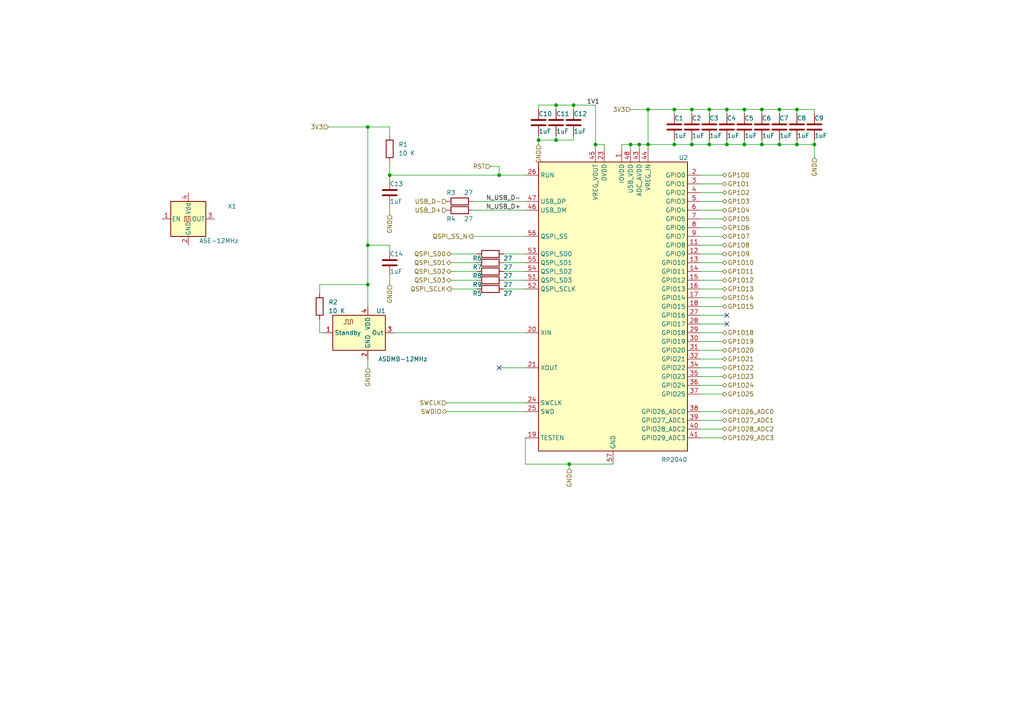
<source format=kicad_sch>
(kicad_sch (version 20230121) (generator eeschema)
  (paper "A4")
  (lib_symbols
    (symbol "Device:C" (pin_numbers hide) (pin_names (offset 0.254))
      (property "Reference" "C" (at 0.635 2.54 0))
      (property "Value" "C" (at 0.635 -2.54 0))
      (symbol "C_0_1"
        (polyline (pts (xy -2.032 -0.762) (xy 2.032 -0.762)) (stroke (width 0.508)))
        (polyline (pts (xy -2.032 0.762) (xy 2.032 0.762)) (stroke (width 0.508)))
      )
      (symbol "C_1_1"
        (pin passive line (at 0 3.81 270) (length 2.794) (name "~") (number "1"))
        (pin passive line (at 0 -3.81 90) (length 2.794) (name "~") (number "2"))
      )
    )
    (symbol "Device:R" (pin_numbers hide) (pin_names (offset 0))
      (property "Reference" "R" (at 2.032 0 90))
      (property "Value" "R" (at 0 0 90))
      (symbol "R_0_1"
        (rectangle (start -1.016 -2.54) (end 1.016 2.54) (stroke (width 0.254)))
      )
      (symbol "R_1_1"
        (pin passive line (at 0 3.81 270) (length 1.27) (name "~") (number "1"))
        (pin passive line (at 0 -3.81 90) (length 1.27) (name "~") (number "2"))
      )
    )
    (symbol "MCU_RaspberryPi:RP2040"
      (property "Reference" "U" (at 17.78 45.72 0))
      (property "Value" "RP2040" (at 17.78 43.18 0))
      (symbol "RP2040_0_1"
        (rectangle (start -21.59 41.91) (end 21.59 -41.91) (stroke (width 0.254)) (fill (type background)))
      )
      (symbol "RP2040_1_1"
        (pin power_in line (at 2.54 45.72 270) (length 3.81) (name "IOVDD") (number "1"))
        (pin passive line (at 2.54 45.72 270) (length 3.81) hide (name "IOVDD") (number "10"))
        (pin bidirectional line (at 25.4 17.78 180) (length 3.81) (name "GPIO8") (number "11"))
        (pin bidirectional line (at 25.4 15.24 180) (length 3.81) (name "GPIO9") (number "12"))
        (pin bidirectional line (at 25.4 12.7 180) (length 3.81) (name "GPIO10") (number "13"))
        (pin bidirectional line (at 25.4 10.16 180) (length 3.81) (name "GPIO11") (number "14"))
        (pin bidirectional line (at 25.4 7.62 180) (length 3.81) (name "GPIO12") (number "15"))
        (pin bidirectional line (at 25.4 5.08 180) (length 3.81) (name "GPIO13") (number "16"))
        (pin bidirectional line (at 25.4 2.54 180) (length 3.81) (name "GPIO14") (number "17"))
        (pin bidirectional line (at 25.4 0 180) (length 3.81) (name "GPIO15") (number "18"))
        (pin input line (at -25.4 -38.1 0) (length 3.81) (name "TESTEN") (number "19"))
        (pin bidirectional line (at 25.4 38.1 180) (length 3.81) (name "GPIO0") (number "2"))
        (pin input line (at -25.4 -7.62 0) (length 3.81) (name "XIN") (number "20"))
        (pin passive line (at -25.4 -17.78 0) (length 3.81) (name "XOUT") (number "21"))
        (pin passive line (at 2.54 45.72 270) (length 3.81) hide (name "IOVDD") (number "22"))
        (pin power_in line (at -2.54 45.72 270) (length 3.81) (name "DVDD") (number "23"))
        (pin input line (at -25.4 -27.94 0) (length 3.81) (name "SWCLK") (number "24"))
        (pin bidirectional line (at -25.4 -30.48 0) (length 3.81) (name "SWD") (number "25"))
        (pin input line (at -25.4 38.1 0) (length 3.81) (name "RUN") (number "26"))
        (pin bidirectional line (at 25.4 -2.54 180) (length 3.81) (name "GPIO16") (number "27"))
        (pin bidirectional line (at 25.4 -5.08 180) (length 3.81) (name "GPIO17") (number "28"))
        (pin bidirectional line (at 25.4 -7.62 180) (length 3.81) (name "GPIO18") (number "29"))
        (pin bidirectional line (at 25.4 35.56 180) (length 3.81) (name "GPIO1") (number "3"))
        (pin bidirectional line (at 25.4 -10.16 180) (length 3.81) (name "GPIO19") (number "30"))
        (pin bidirectional line (at 25.4 -12.7 180) (length 3.81) (name "GPIO20") (number "31"))
        (pin bidirectional line (at 25.4 -15.24 180) (length 3.81) (name "GPIO21") (number "32"))
        (pin passive line (at 2.54 45.72 270) (length 3.81) hide (name "IOVDD") (number "33"))
        (pin bidirectional line (at 25.4 -17.78 180) (length 3.81) (name "GPIO22") (number "34"))
        (pin bidirectional line (at 25.4 -20.32 180) (length 3.81) (name "GPIO23") (number "35"))
        (pin bidirectional line (at 25.4 -22.86 180) (length 3.81) (name "GPIO24") (number "36"))
        (pin bidirectional line (at 25.4 -25.4 180) (length 3.81) (name "GPIO25") (number "37"))
        (pin bidirectional line (at 25.4 -30.48 180) (length 3.81) (name "GPIO26_ADC0") (number "38"))
        (pin bidirectional line (at 25.4 -33.02 180) (length 3.81) (name "GPIO27_ADC1") (number "39"))
        (pin bidirectional line (at 25.4 33.02 180) (length 3.81) (name "GPIO2") (number "4"))
        (pin bidirectional line (at 25.4 -35.56 180) (length 3.81) (name "GPIO28_ADC2") (number "40"))
        (pin bidirectional line (at 25.4 -38.1 180) (length 3.81) (name "GPIO29_ADC3") (number "41"))
        (pin passive line (at 2.54 45.72 270) (length 3.81) hide (name "IOVDD") (number "42"))
        (pin power_in line (at 7.62 45.72 270) (length 3.81) (name "ADC_AVDD") (number "43"))
        (pin power_in line (at 10.16 45.72 270) (length 3.81) (name "VREG_IN") (number "44"))
        (pin power_out line (at -5.08 45.72 270) (length 3.81) (name "VREG_VOUT") (number "45"))
        (pin bidirectional line (at -25.4 27.94 0) (length 3.81) (name "USB_DM") (number "46"))
        (pin bidirectional line (at -25.4 30.48 0) (length 3.81) (name "USB_DP") (number "47"))
        (pin power_in line (at 5.08 45.72 270) (length 3.81) (name "USB_VDD") (number "48"))
        (pin passive line (at 2.54 45.72 270) (length 3.81) hide (name "IOVDD") (number "49"))
        (pin bidirectional line (at 25.4 30.48 180) (length 3.81) (name "GPIO3") (number "5"))
        (pin passive line (at -2.54 45.72 270) (length 3.81) hide (name "DVDD") (number "50"))
        (pin bidirectional line (at -25.4 7.62 0) (length 3.81) (name "QSPI_SD3") (number "51"))
        (pin output line (at -25.4 5.08 0) (length 3.81) (name "QSPI_SCLK") (number "52"))
        (pin bidirectional line (at -25.4 15.24 0) (length 3.81) (name "QSPI_SD0") (number "53"))
        (pin bidirectional line (at -25.4 10.16 0) (length 3.81) (name "QSPI_SD2") (number "54"))
        (pin bidirectional line (at -25.4 12.7 0) (length 3.81) (name "QSPI_SD1") (number "55"))
        (pin bidirectional line (at -25.4 20.32 0) (length 3.81) (name "QSPI_SS") (number "56"))
        (pin power_in line (at 0 -45.72 90) (length 3.81) (name "GND") (number "57"))
        (pin bidirectional line (at 25.4 27.94 180) (length 3.81) (name "GPIO4") (number "6"))
        (pin bidirectional line (at 25.4 25.4 180) (length 3.81) (name "GPIO5") (number "7"))
        (pin bidirectional line (at 25.4 22.86 180) (length 3.81) (name "GPIO6") (number "8"))
        (pin bidirectional line (at 25.4 20.32 180) (length 3.81) (name "GPIO7") (number "9"))
      )
    )
    (symbol "Oscillator:ASDMB-xxxMHz"
      (property "Reference" "U" (at -6.35 6.35 0))
      (property "Value" "ASDMB-xxxMHz" (at 11.43 6.35 0))
      (symbol "ASDMB-xxxMHz_1_1"
        (rectangle (start -7.62 5.08) (end 7.62 -5.08) (stroke (width 0.254)) (fill (type background)))
        (polyline (pts (xy -4.445 2.54) (xy -3.81 2.54) (xy -3.81 3.81) (xy -3.175 3.81) (xy -3.175 2.54) (xy -2.54 2.54) (xy -2.54 3.81) (xy -1.905 3.81) (xy -1.905 2.54)))
        (pin input line (at -10.16 0 0) (length 2.54) (name "Standby") (number "1"))
        (pin power_in line (at 2.54 -7.62 90) (length 2.54) (name "GND") (number "2"))
        (pin output line (at 10.16 0 180) (length 2.54) (name "Out") (number "3"))
        (pin power_in line (at 2.54 7.62 270) (length 2.54) (name "VDD") (number "4"))
      )
    )
    (symbol "Oscillator:ASE-xxxMHz" (pin_names (offset 0.254))
      (property "Reference" "X" (at -5.08 6.35 0))
      (property "Value" "ASE-xxxMHz" (at 1.27 -6.35 0))
      (symbol "ASE-xxxMHz_0_1"
        (rectangle (start -5.08 5.08) (end 5.08 -5.08) (stroke (width 0.254)) (fill (type background)))
        (polyline (pts (xy -1.27 -0.762) (xy -1.016 -0.762) (xy -1.016 0.762) (xy -0.508 0.762) (xy -0.508 -0.762) (xy 0 -0.762) (xy 0 0.762) (xy 0.508 0.762) (xy 0.508 -0.762) (xy 0.762 -0.762)))
      )
      (symbol "ASE-xxxMHz_1_1"
        (pin input line (at -7.62 0 0) (length 2.54) (name "EN") (number "1"))
        (pin power_in line (at 0 -7.62 90) (length 2.54) (name "GND") (number "2"))
        (pin output line (at 7.62 0 180) (length 2.54) (name "OUT") (number "3"))
        (pin power_in line (at 0 7.62 270) (length 2.54) (name "Vdd") (number "4"))
      )
    )
  )
  (junction (at 231.14 31.75))
  (junction (at 106.68 36.83))
  (junction (at 156.21 40.64))
  (junction (at 200.66 31.75))
  (junction (at 220.98 41.91))
  (junction (at 161.29 40.64))
  (junction (at 205.74 41.91))
  (junction (at 205.74 31.75))
  (junction (at 187.96 31.75))
  (junction (at 185.42 41.91))
  (junction (at 113.03 50.8))
  (junction (at 187.96 41.91))
  (junction (at 226.06 41.91))
  (junction (at 195.58 41.91))
  (junction (at 215.9 31.75))
  (junction (at 215.9 41.91))
  (junction (at 144.78 50.8))
  (junction (at 166.37 30.48))
  (junction (at 165.1 134.62))
  (junction (at 200.66 41.91))
  (junction (at 220.98 31.75))
  (junction (at 172.72 41.91))
  (junction (at 231.14 41.91))
  (junction (at 226.06 31.75))
  (junction (at 106.68 71.12))
  (junction (at 210.82 31.75))
  (junction (at 195.58 31.75))
  (junction (at 161.29 30.48))
  (junction (at 236.22 41.91))
  (junction (at 210.82 41.91))
  (junction (at 182.88 41.91))
  (junction (at 106.68 82.55))
  (no_connect (at 210.82 91.44))
  (no_connect (at 210.82 93.98))
  (no_connect (at 144.78 106.68))
  (wire (pts (xy 215.9 41.91) (xy 215.9 40.64)))
  (wire (pts (xy 180.34 41.91) (xy 180.34 43.18)))
  (wire (pts (xy 113.03 50.8) (xy 144.78 50.8)))
  (wire (pts (xy 187.96 43.18) (xy 187.96 41.91)))
  (wire (pts (xy 203.2 124.46) (xy 209.55 124.46)))
  (wire (pts (xy 195.58 41.91) (xy 195.58 40.64)))
  (wire (pts (xy 236.22 41.91) (xy 236.22 45.72)))
  (wire (pts (xy 205.74 31.75) (xy 210.82 31.75)))
  (wire (pts (xy 203.2 96.52) (xy 209.55 96.52)))
  (wire (pts (xy 203.2 109.22) (xy 209.55 109.22)))
  (wire (pts (xy 146.05 78.74) (xy 152.4 78.74)))
  (wire (pts (xy 129.54 119.38) (xy 152.4 119.38)))
  (wire (pts (xy 203.2 111.76) (xy 209.55 111.76)))
  (wire (pts (xy 129.54 116.84) (xy 152.4 116.84)))
  (wire (pts (xy 203.2 50.8) (xy 209.55 50.8)))
  (wire (pts (xy 156.21 40.64) (xy 161.29 40.64)))
  (wire (pts (xy 130.81 81.28) (xy 138.43 81.28)))
  (wire (pts (xy 203.2 73.66) (xy 209.55 73.66)))
  (wire (pts (xy 203.2 88.9) (xy 209.55 88.9)))
  (wire (pts (xy 203.2 119.38) (xy 209.55 119.38)))
  (wire (pts (xy 146.05 73.66) (xy 152.4 73.66)))
  (wire (pts (xy 203.2 68.58) (xy 209.55 68.58)))
  (wire (pts (xy 161.29 40.64) (xy 161.29 39.37)))
  (wire (pts (xy 203.2 66.04) (xy 209.55 66.04)))
  (wire (pts (xy 137.16 58.42) (xy 152.4 58.42)))
  (wire (pts (xy 106.68 104.14) (xy 106.68 106.68)))
  (wire (pts (xy 152.4 134.62) (xy 165.1 134.62)))
  (wire (pts (xy 113.03 50.8) (xy 113.03 52.07)))
  (wire (pts (xy 165.1 134.62) (xy 165.1 135.89)))
  (wire (pts (xy 182.88 41.91) (xy 182.88 43.18)))
  (wire (pts (xy 210.82 41.91) (xy 210.82 40.64)))
  (wire (pts (xy 130.81 76.2) (xy 138.43 76.2)))
  (wire (pts (xy 137.16 68.58) (xy 152.4 68.58)))
  (wire (pts (xy 106.68 82.55) (xy 106.68 88.9)))
  (wire (pts (xy 205.74 31.75) (xy 205.74 33.02)))
  (wire (pts (xy 220.98 31.75) (xy 226.06 31.75)))
  (wire (pts (xy 166.37 30.48) (xy 166.37 31.75)))
  (wire (pts (xy 203.2 76.2) (xy 209.55 76.2)))
  (wire (pts (xy 106.68 71.12) (xy 106.68 82.55)))
  (wire (pts (xy 210.82 31.75) (xy 210.82 33.02)))
  (wire (pts (xy 144.78 48.26) (xy 144.78 50.8)))
  (wire (pts (xy 144.78 50.8) (xy 152.4 50.8)))
  (wire (pts (xy 92.71 85.09) (xy 92.71 82.55)))
  (wire (pts (xy 156.21 40.64) (xy 156.21 39.37)))
  (wire (pts (xy 210.82 41.91) (xy 215.9 41.91)))
  (wire (pts (xy 220.98 41.91) (xy 220.98 40.64)))
  (wire (pts (xy 200.66 31.75) (xy 200.66 33.02)))
  (wire (pts (xy 236.22 41.91) (xy 236.22 40.64)))
  (wire (pts (xy 187.96 41.91) (xy 195.58 41.91)))
  (wire (pts (xy 203.2 81.28) (xy 209.55 81.28)))
  (wire (pts (xy 236.22 31.75) (xy 236.22 33.02)))
  (wire (pts (xy 130.81 78.74) (xy 138.43 78.74)))
  (wire (pts (xy 187.96 31.75) (xy 195.58 31.75)))
  (wire (pts (xy 205.74 41.91) (xy 205.74 40.64)))
  (wire (pts (xy 113.03 71.12) (xy 113.03 72.39)))
  (wire (pts (xy 215.9 31.75) (xy 220.98 31.75)))
  (wire (pts (xy 231.14 31.75) (xy 236.22 31.75)))
  (wire (pts (xy 182.88 41.91) (xy 180.34 41.91)))
  (wire (pts (xy 231.14 41.91) (xy 236.22 41.91)))
  (wire (pts (xy 203.2 114.3) (xy 209.55 114.3)))
  (wire (pts (xy 203.2 53.34) (xy 209.55 53.34)))
  (wire (pts (xy 203.2 101.6) (xy 209.55 101.6)))
  (wire (pts (xy 203.2 78.74) (xy 209.55 78.74)))
  (wire (pts (xy 226.06 41.91) (xy 231.14 41.91)))
  (wire (pts (xy 144.78 106.68) (xy 152.4 106.68)))
  (wire (pts (xy 130.81 73.66) (xy 138.43 73.66)))
  (wire (pts (xy 156.21 30.48) (xy 161.29 30.48)))
  (wire (pts (xy 220.98 31.75) (xy 220.98 33.02)))
  (wire (pts (xy 92.71 96.52) (xy 93.98 96.52)))
  (wire (pts (xy 195.58 31.75) (xy 195.58 33.02)))
  (wire (pts (xy 226.06 31.75) (xy 226.06 33.02)))
  (wire (pts (xy 203.2 58.42) (xy 209.55 58.42)))
  (wire (pts (xy 152.4 134.62) (xy 152.4 127)))
  (wire (pts (xy 165.1 134.62) (xy 177.8 134.62)))
  (wire (pts (xy 161.29 30.48) (xy 166.37 30.48)))
  (wire (pts (xy 161.29 30.48) (xy 161.29 31.75)))
  (wire (pts (xy 205.74 41.91) (xy 210.82 41.91)))
  (wire (pts (xy 203.2 71.12) (xy 209.55 71.12)))
  (wire (pts (xy 114.3 96.52) (xy 152.4 96.52)))
  (wire (pts (xy 146.05 81.28) (xy 152.4 81.28)))
  (wire (pts (xy 106.68 36.83) (xy 113.03 36.83)))
  (wire (pts (xy 203.2 93.98) (xy 210.82 93.98)))
  (wire (pts (xy 203.2 104.14) (xy 209.55 104.14)))
  (wire (pts (xy 130.81 83.82) (xy 138.43 83.82)))
  (wire (pts (xy 172.72 41.91) (xy 172.72 43.18)))
  (wire (pts (xy 200.66 41.91) (xy 200.66 40.64)))
  (wire (pts (xy 226.06 41.91) (xy 226.06 40.64)))
  (wire (pts (xy 106.68 36.83) (xy 106.68 71.12)))
  (wire (pts (xy 220.98 41.91) (xy 226.06 41.91)))
  (wire (pts (xy 203.2 60.96) (xy 209.55 60.96)))
  (wire (pts (xy 142.24 48.26) (xy 144.78 48.26)))
  (wire (pts (xy 113.03 36.83) (xy 113.03 39.37)))
  (wire (pts (xy 175.26 41.91) (xy 175.26 43.18)))
  (wire (pts (xy 215.9 41.91) (xy 220.98 41.91)))
  (wire (pts (xy 137.16 60.96) (xy 152.4 60.96)))
  (wire (pts (xy 203.2 91.44) (xy 210.82 91.44)))
  (wire (pts (xy 203.2 86.36) (xy 209.55 86.36)))
  (wire (pts (xy 203.2 83.82) (xy 209.55 83.82)))
  (wire (pts (xy 200.66 31.75) (xy 205.74 31.75)))
  (wire (pts (xy 146.05 76.2) (xy 152.4 76.2)))
  (wire (pts (xy 210.82 31.75) (xy 215.9 31.75)))
  (wire (pts (xy 226.06 31.75) (xy 231.14 31.75)))
  (wire (pts (xy 106.68 71.12) (xy 113.03 71.12)))
  (wire (pts (xy 146.05 83.82) (xy 152.4 83.82)))
  (wire (pts (xy 215.9 31.75) (xy 215.9 33.02)))
  (wire (pts (xy 156.21 40.64) (xy 156.21 41.91)))
  (wire (pts (xy 185.42 41.91) (xy 182.88 41.91)))
  (wire (pts (xy 156.21 30.48) (xy 156.21 31.75)))
  (wire (pts (xy 195.58 41.91) (xy 200.66 41.91)))
  (wire (pts (xy 113.03 59.69) (xy 113.03 62.23)))
  (wire (pts (xy 203.2 121.92) (xy 209.55 121.92)))
  (wire (pts (xy 166.37 40.64) (xy 166.37 39.37)))
  (wire (pts (xy 185.42 41.91) (xy 187.96 41.91)))
  (wire (pts (xy 95.25 36.83) (xy 106.68 36.83)))
  (wire (pts (xy 203.2 106.68) (xy 209.55 106.68)))
  (wire (pts (xy 166.37 30.48) (xy 172.72 30.48)))
  (wire (pts (xy 203.2 63.5) (xy 209.55 63.5)))
  (wire (pts (xy 185.42 41.91) (xy 185.42 43.18)))
  (wire (pts (xy 231.14 31.75) (xy 231.14 33.02)))
  (wire (pts (xy 182.88 31.75) (xy 187.96 31.75)))
  (wire (pts (xy 92.71 82.55) (xy 106.68 82.55)))
  (wire (pts (xy 92.71 92.71) (xy 92.71 96.52)))
  (wire (pts (xy 200.66 41.91) (xy 205.74 41.91)))
  (wire (pts (xy 203.2 127) (xy 209.55 127)))
  (wire (pts (xy 195.58 31.75) (xy 200.66 31.75)))
  (wire (pts (xy 172.72 41.91) (xy 172.72 30.48)))
  (wire (pts (xy 231.14 41.91) (xy 231.14 40.64)))
  (wire (pts (xy 203.2 55.88) (xy 209.55 55.88)))
  (wire (pts (xy 113.03 46.99) (xy 113.03 50.8)))
  (wire (pts (xy 113.03 80.01) (xy 113.03 82.55)))
  (wire (pts (xy 161.29 40.64) (xy 166.37 40.64)))
  (wire (pts (xy 172.72 41.91) (xy 175.26 41.91)))
  (wire (pts (xy 203.2 99.06) (xy 209.55 99.06)))
  (wire (pts (xy 187.96 31.75) (xy 187.96 41.91)))
  (label "1V1" (at 170.18 30.48 0))
  (label "N_USB_D-" (at 140.97 58.42 0))
  (label "N_USB_D+" (at 140.97 60.96 0))
  (hierarchical_label "GP1O0" (shape tri_state) (at 209.55 50.8 0))
  (hierarchical_label "GP1O27_ADC1" (shape bidirectional) (at 209.55 121.92 0))
  (hierarchical_label "GND" (shape input) (at 165.1 135.89 270))
  (hierarchical_label "GP1O29_ADC3" (shape bidirectional) (at 209.55 127 0))
  (hierarchical_label "GND" (shape input) (at 236.22 45.72 270))
  (hierarchical_label "GP1O24" (shape bidirectional) (at 209.55 111.76 0))
  (hierarchical_label "SWCLK" (shape input) (at 129.54 116.84 180))
  (hierarchical_label "GP1O22" (shape bidirectional) (at 209.55 106.68 0))
  (hierarchical_label "GND" (shape input) (at 156.21 41.91 270))
  (hierarchical_label "GP1O10" (shape bidirectional) (at 209.55 76.2 0))
  (hierarchical_label "GP1O4" (shape tri_state) (at 209.55 60.96 0))
  (hierarchical_label "GP1O18" (shape bidirectional) (at 209.55 96.52 0))
  (hierarchical_label "QSPI_SD0" (shape bidirectional) (at 130.81 73.66 180))
  (hierarchical_label "GP1O13" (shape bidirectional) (at 209.55 83.82 0))
  (hierarchical_label "SWDIO" (shape bidirectional) (at 129.54 119.38 180))
  (hierarchical_label "QSPI_SD2" (shape bidirectional) (at 130.81 78.74 180))
  (hierarchical_label "GP1O3" (shape tri_state) (at 209.55 58.42 0))
  (hierarchical_label "GND" (shape input) (at 113.03 82.55 270))
  (hierarchical_label "GP1O19" (shape bidirectional) (at 209.55 99.06 0))
  (hierarchical_label "GP1O9" (shape tri_state) (at 209.55 73.66 0))
  (hierarchical_label "QSPI_SCLK" (shape output) (at 130.81 83.82 180))
  (hierarchical_label "GP1O2" (shape tri_state) (at 209.55 55.88 0))
  (hierarchical_label "GP1O14" (shape bidirectional) (at 209.55 86.36 0))
  (hierarchical_label "GP1O20" (shape bidirectional) (at 209.55 101.6 0))
  (hierarchical_label "3V3" (shape input) (at 95.25 36.83 180))
  (hierarchical_label "QSPI_SS_N" (shape output) (at 137.16 68.58 180))
  (hierarchical_label "GP1O28_ADC2" (shape bidirectional) (at 209.55 124.46 0))
  (hierarchical_label "GP1O12" (shape bidirectional) (at 209.55 81.28 0))
  (hierarchical_label "GP1O8" (shape tri_state) (at 209.55 71.12 0))
  (hierarchical_label "GP1O5" (shape tri_state) (at 209.55 63.5 0))
  (hierarchical_label "GP1O23" (shape bidirectional) (at 209.55 109.22 0))
  (hierarchical_label "GP1O6" (shape tri_state) (at 209.55 66.04 0))
  (hierarchical_label "GP1O1" (shape tri_state) (at 209.55 53.34 0))
  (hierarchical_label "GP1O7" (shape tri_state) (at 209.55 68.58 0))
  (hierarchical_label "GND" (shape input) (at 113.03 62.23 270))
  (hierarchical_label "USB_D-" (shape input) (at 129.54 58.42 180))
  (hierarchical_label "GP1O25" (shape bidirectional) (at 209.55 114.3 0))
  (hierarchical_label "GND" (shape input) (at 106.68 106.68 270))
  (hierarchical_label "RST" (shape input) (at 142.24 48.26 180))
  (hierarchical_label "GP1O15" (shape bidirectional) (at 209.55 88.9 0))
  (hierarchical_label "3V3" (shape input) (at 182.88 31.75 180))
  (hierarchical_label "QSPI_SD1" (shape bidirectional) (at 130.81 76.2 180))
  (hierarchical_label "GP1O21" (shape bidirectional) (at 209.55 104.14 0))
  (hierarchical_label "USB_D+" (shape input) (at 129.54 60.96 180))
  (hierarchical_label "GP1O26_ADC0" (shape bidirectional) (at 209.55 119.38 0))
  (hierarchical_label "QSPI_SD3" (shape bidirectional) (at 130.81 81.28 180))
  (hierarchical_label "GP1O11" (shape bidirectional) (at 209.55 78.74 0))
  (symbol (lib_id "Oscillator:ASE-xxxMHz") (at 54.61 63.5 0) (unit 1)
    (property "Reference" "X1" (at 67.31 59.8521 0))
    (property "Value" "ASE-12MHz" (at 63.5 69.85 0))
    (property "Footprint" "Oscillator:Oscillator_SMD_Abracon_ASE-4Pin_3.2x2.5mm" (effects hide))
    (property "Datasheet" "http://www.abracon.com/Oscillators/ASV.pdf" (effects hide))
    (instances (project "RealP2040" (path "" (reference "X1") (unit 1))) (project "RP2040" (path "" (reference "X1") (unit 1))) (project "RP2040ACTUAL03" (path "" (reference "X1") (unit 1)) (path "" (reference "X2") (unit 1))))
  )
  (symbol (lib_id "Device:R") (at 142.24 76.2 90) (unit 1)
    (property "Reference" "R7" (at 138.43 77.47 90))
    (property "Value" "27" (at 147.32 77.47 90))
    (property "Footprint" "Resistor_THT:R_Axial_DIN0204_L3.6mm_D1.6mm_P7.62mm_Horizontal" (effects hide))
    (instances (project "RealP2040" (path "" (reference "R7") (unit 1))) (project "RP2040" (path "" (reference "R7") (unit 1))) (project "RP2040ACTUAL03" (path "" (reference "R6") (unit 1)) (path "" (reference "R15") (unit 1))))
  )
  (symbol (lib_id "Device:C") (at 236.22 36.83 0) (unit 1)
    (property "Reference" "C9" (at 236.22 34.29 0) (effects (justify left)))
    (property "Value" "1uF" (at 236.22 39.37 0) (effects (justify left)))
    (property "Footprint" "Capacitor_THT:CP_Axial_L10.0mm_D4.5mm_P15.00mm_Horizontal" (effects hide))
    (instances (project "RealP2040" (path "" (reference "C9") (unit 1))) (project "RP2040" (path "" (reference "C9") (unit 1))) (project "RP2040ACTUAL03" (path "" (reference "C14") (unit 1)) (path "" (reference "C28") (unit 1))))
  )
  (symbol (lib_id "Device:C") (at 226.06 36.83 0) (unit 1)
    (property "Reference" "C7" (at 226.06 34.29 0) (effects (justify left)))
    (property "Value" "1uF" (at 226.06 39.37 0) (effects (justify left)))
    (property "Footprint" "Capacitor_THT:CP_Axial_L10.0mm_D4.5mm_P15.00mm_Horizontal" (effects hide))
    (instances (project "RealP2040" (path "" (reference "C7") (unit 1))) (project "RP2040" (path "" (reference "C7") (unit 1))) (project "RP2040ACTUAL03" (path "" (reference "C12") (unit 1)) (path "" (reference "C26") (unit 1))))
  )
  (symbol (lib_id "Device:R") (at 113.03 43.18 0) (unit 1)
    (property "Reference" "R1" (at 115.57 41.91 0) (effects (justify left)))
    (property "Value" "10 K" (at 115.57 44.45 0) (effects (justify left)))
    (property "Footprint" "Resistor_THT:R_Axial_DIN0204_L3.6mm_D1.6mm_P7.62mm_Horizontal" (effects hide))
    (instances (project "RealP2040" (path "" (reference "R1") (unit 1))) (project "RP2040" (path "" (reference "R1") (unit 1))) (project "RP2040ACTUAL03" (path "" (reference "R2") (unit 1)) (path "" (reference "R11") (unit 1))))
  )
  (symbol (lib_id "Device:C") (at 220.98 36.83 0) (unit 1)
    (property "Reference" "C6" (at 220.98 34.29 0) (effects (justify left)))
    (property "Value" "1uF" (at 220.98 39.37 0) (effects (justify left)))
    (property "Footprint" "Capacitor_THT:CP_Axial_L10.0mm_D4.5mm_P15.00mm_Horizontal" (effects hide))
    (instances (project "RealP2040" (path "" (reference "C6") (unit 1))) (project "RP2040" (path "" (reference "C6") (unit 1))) (project "RP2040ACTUAL03" (path "" (reference "C11") (unit 1)) (path "" (reference "C25") (unit 1))))
  )
  (symbol (lib_id "Device:R") (at 133.35 60.96 270) (unit 1)
    (property "Reference" "R4" (at 130.81 63.5 90))
    (property "Value" "27" (at 135.89 63.5 90))
    (property "Footprint" "Resistor_THT:R_Axial_DIN0204_L3.6mm_D1.6mm_P7.62mm_Horizontal" (effects hide))
    (instances (project "RealP2040" (path "" (reference "R4") (unit 1))) (project "RP2040" (path "" (reference "R4") (unit 1))) (project "RP2040ACTUAL03" (path "" (reference "R4") (unit 1)) (path "" (reference "R13") (unit 1))))
  )
  (symbol (lib_id "Device:R") (at 92.71 88.9 0) (unit 1)
    (property "Reference" "R2" (at 95.25 87.63 0) (effects (justify left)))
    (property "Value" "10 K" (at 95.25 90.17 0) (effects (justify left)))
    (property "Footprint" "Resistor_THT:R_Axial_DIN0204_L3.6mm_D1.6mm_P7.62mm_Horizontal" (effects hide))
    (instances (project "RealP2040" (path "" (reference "R2") (unit 1))) (project "RP2040" (path "" (reference "R2") (unit 1))) (project "RP2040ACTUAL03" (path "" (reference "R1") (unit 1)) (path "" (reference "R10") (unit 1))))
  )
  (symbol (lib_id "Device:C") (at 205.74 36.83 0) (unit 1)
    (property "Reference" "C3" (at 205.74 34.29 0) (effects (justify left)))
    (property "Value" "1uF" (at 205.74 39.37 0) (effects (justify left)))
    (property "Footprint" "Capacitor_THT:CP_Axial_L10.0mm_D4.5mm_P15.00mm_Horizontal" (effects hide))
    (instances (project "RealP2040" (path "" (reference "C3") (unit 1))) (project "RP2040" (path "" (reference "C3") (unit 1))) (project "RP2040ACTUAL03" (path "" (reference "C8") (unit 1)) (path "" (reference "C22") (unit 1))))
  )
  (symbol (lib_id "Device:C") (at 161.29 35.56 0) (unit 1)
    (property "Reference" "C11" (at 161.29 33.02 0) (effects (justify left)))
    (property "Value" "1uF" (at 161.29 38.1 0) (effects (justify left)))
    (property "Footprint" "Capacitor_THT:CP_Axial_L10.0mm_D4.5mm_P15.00mm_Horizontal" (effects hide))
    (instances (project "RealP2040" (path "" (reference "C11") (unit 1))) (project "RP2040" (path "" (reference "C11") (unit 1))) (project "RP2040ACTUAL03" (path "" (reference "C4") (unit 1)) (path "" (reference "C18") (unit 1))))
  )
  (symbol (lib_id "Device:C") (at 215.9 36.83 0) (unit 1)
    (property "Reference" "C5" (at 215.9 34.29 0) (effects (justify left)))
    (property "Value" "1uF" (at 215.9 39.37 0) (effects (justify left)))
    (property "Footprint" "Capacitor_THT:CP_Axial_L10.0mm_D4.5mm_P15.00mm_Horizontal" (effects hide))
    (instances (project "RealP2040" (path "" (reference "C5") (unit 1))) (project "RP2040" (path "" (reference "C5") (unit 1))) (project "RP2040ACTUAL03" (path "" (reference "C10") (unit 1)) (path "" (reference "C24") (unit 1))))
  )
  (symbol (lib_id "Device:C") (at 210.82 36.83 0) (unit 1)
    (property "Reference" "C4" (at 210.82 34.29 0) (effects (justify left)))
    (property "Value" "1uF" (at 210.82 39.37 0) (effects (justify left)))
    (property "Footprint" "Capacitor_THT:CP_Axial_L10.0mm_D4.5mm_P15.00mm_Horizontal" (effects hide))
    (instances (project "RealP2040" (path "" (reference "C4") (unit 1))) (project "RP2040" (path "" (reference "C4") (unit 1))) (project "RP2040ACTUAL03" (path "" (reference "C9") (unit 1)) (path "" (reference "C23") (unit 1))))
  )
  (symbol (lib_id "Device:C") (at 113.03 55.88 0) (unit 1)
    (property "Reference" "C13" (at 113.03 53.34 0) (effects (justify left)))
    (property "Value" "1uF" (at 113.03 58.42 0) (effects (justify left)))
    (property "Footprint" "Capacitor_THT:CP_Axial_L10.0mm_D4.5mm_P15.00mm_Horizontal" (effects hide))
    (instances (project "RealP2040" (path "" (reference "C13") (unit 1))) (project "RP2040" (path "" (reference "C13") (unit 1))) (project "RP2040ACTUAL03" (path "" (reference "C1") (unit 1)) (path "" (reference "C15") (unit 1))))
  )
  (symbol (lib_id "Device:C") (at 195.58 36.83 0) (unit 1)
    (property "Reference" "C1" (at 195.58 34.29 0) (effects (justify left)))
    (property "Value" "1uF" (at 195.58 39.37 0) (effects (justify left)))
    (property "Footprint" "Capacitor_THT:CP_Axial_L10.0mm_D4.5mm_P15.00mm_Horizontal" (effects hide))
    (instances (project "RealP2040" (path "" (reference "C1") (unit 1))) (project "RP2040" (path "" (reference "C1") (unit 1))) (project "RP2040ACTUAL03" (path "" (reference "C6") (unit 1)) (path "" (reference "C20") (unit 1))))
  )
  (symbol (lib_id "Device:R") (at 133.35 58.42 90) (unit 1)
    (property "Reference" "R3" (at 130.81 55.88 90))
    (property "Value" "27" (at 135.89 55.88 90))
    (property "Footprint" "Resistor_THT:R_Axial_DIN0204_L3.6mm_D1.6mm_P7.62mm_Horizontal" (effects hide))
    (instances (project "RealP2040" (path "" (reference "R3") (unit 1))) (project "RP2040" (path "" (reference "R3") (unit 1))) (project "RP2040ACTUAL03" (path "" (reference "R3") (unit 1)) (path "" (reference "R12") (unit 1))))
  )
  (symbol (lib_id "Device:R") (at 142.24 78.74 90) (unit 1)
    (property "Reference" "R8" (at 138.43 80.01 90))
    (property "Value" "27" (at 147.32 80.01 90))
    (property "Footprint" "Resistor_THT:R_Axial_DIN0204_L3.6mm_D1.6mm_P7.62mm_Horizontal" (effects hide))
    (instances (project "RealP2040" (path "" (reference "R8") (unit 1))) (project "RP2040" (path "" (reference "R8") (unit 1))) (project "RP2040ACTUAL03" (path "" (reference "R7") (unit 1)) (path "" (reference "R16") (unit 1))))
  )
  (symbol (lib_id "Device:R") (at 142.24 73.66 90) (unit 1)
    (property "Reference" "R6" (at 138.43 74.93 90))
    (property "Value" "27" (at 147.32 74.93 90))
    (property "Footprint" "Resistor_THT:R_Axial_DIN0204_L3.6mm_D1.6mm_P7.62mm_Horizontal" (effects hide))
    (instances (project "RealP2040" (path "" (reference "R6") (unit 1))) (project "RP2040" (path "" (reference "R6") (unit 1))) (project "RP2040ACTUAL03" (path "" (reference "R5") (unit 1)) (path "" (reference "R14") (unit 1))))
  )
  (symbol (lib_id "Oscillator:ASDMB-xxxMHz") (at 104.14 96.52 0) (unit 1)
    (property "Reference" "U1" (at 110.49 90.17 0))
    (property "Value" "ASDMB-12MHz" (at 116.84 104.14 0))
    (property "Footprint" "Oscillator:Oscillator_SMD_Abracon_ASDMB-4Pin_2.5x2.0mm" (effects hide))
    (property "Datasheet" "https://abracon.com/Oscillators/ASDMB.pdf" (effects hide))
    (instances (project "RealP2040" (path "" (reference "U1") (unit 1))) (project "RP2040" (path "" (reference "U1") (unit 1))) (project "RP2040ACTUAL03" (path "" (reference "U1") (unit 1)) (path "" (reference "U3") (unit 1))))
  )
  (symbol (lib_id "Device:R") (at 142.24 81.28 90) (unit 1)
    (property "Reference" "R9" (at 138.43 82.55 90))
    (property "Value" "27" (at 147.32 82.55 90))
    (property "Footprint" "Resistor_THT:R_Axial_DIN0204_L3.6mm_D1.6mm_P7.62mm_Horizontal" (effects hide))
    (instances (project "RealP2040" (path "" (reference "R9") (unit 1))) (project "RP2040" (path "" (reference "R9") (unit 1))) (project "RP2040ACTUAL03" (path "" (reference "R8") (unit 1)) (path "" (reference "R17") (unit 1))))
  )
  (symbol (lib_id "Device:C") (at 166.37 35.56 0) (unit 1)
    (property "Reference" "C12" (at 166.37 33.02 0) (effects (justify left)))
    (property "Value" "1uF" (at 166.37 38.1 0) (effects (justify left)))
    (property "Footprint" "Capacitor_THT:CP_Axial_L10.0mm_D4.5mm_P15.00mm_Horizontal" (effects hide))
    (instances (project "RealP2040" (path "" (reference "C12") (unit 1))) (project "RP2040" (path "" (reference "C12") (unit 1))) (project "RP2040ACTUAL03" (path "" (reference "C5") (unit 1)) (path "" (reference "C19") (unit 1))))
  )
  (symbol (lib_id "Device:C") (at 113.03 76.2 0) (unit 1)
    (property "Reference" "C14" (at 113.03 73.66 0) (effects (justify left)))
    (property "Value" "1uF" (at 113.03 78.74 0) (effects (justify left)))
    (property "Footprint" "Capacitor_THT:CP_Axial_L10.0mm_D4.5mm_P15.00mm_Horizontal" (effects hide))
    (instances (project "RealP2040" (path "" (reference "C14") (unit 1))) (project "RP2040" (path "" (reference "C14") (unit 1))) (project "RP2040ACTUAL03" (path "" (reference "C2") (unit 1)) (path "" (reference "C16") (unit 1))))
  )
  (symbol (lib_id "Device:C") (at 231.14 36.83 0) (unit 1)
    (property "Reference" "C8" (at 231.14 34.29 0) (effects (justify left)))
    (property "Value" "1uF" (at 231.14 39.37 0) (effects (justify left)))
    (property "Footprint" "Capacitor_THT:CP_Axial_L10.0mm_D4.5mm_P15.00mm_Horizontal" (effects hide))
    (instances (project "RealP2040" (path "" (reference "C8") (unit 1))) (project "RP2040" (path "" (reference "C8") (unit 1))) (project "RP2040ACTUAL03" (path "" (reference "C13") (unit 1)) (path "" (reference "C27") (unit 1))))
  )
  (symbol (lib_id "Device:C") (at 156.21 35.56 0) (unit 1)
    (property "Reference" "C10" (at 156.21 33.02 0) (effects (justify left)))
    (property "Value" "1uF" (at 156.21 38.1 0) (effects (justify left)))
    (property "Footprint" "Capacitor_THT:CP_Axial_L10.0mm_D4.5mm_P15.00mm_Horizontal" (effects hide))
    (instances (project "RealP2040" (path "" (reference "C10") (unit 1))) (project "RP2040" (path "" (reference "C10") (unit 1))) (project "RP2040ACTUAL03" (path "" (reference "C3") (unit 1)) (path "" (reference "C17") (unit 1))))
  )
  (symbol (lib_id "Device:R") (at 142.24 83.82 90) (unit 1)
    (property "Reference" "R5" (at 138.43 85.09 90))
    (property "Value" "27" (at 147.32 85.09 90))
    (property "Footprint" "Resistor_THT:R_Axial_DIN0204_L3.6mm_D1.6mm_P7.62mm_Horizontal" (effects hide))
    (instances (project "RealP2040" (path "" (reference "R5") (unit 1))) (project "RP2040" (path "" (reference "R5") (unit 1))) (project "RP2040ACTUAL03" (path "" (reference "R9") (unit 1)) (path "" (reference "R18") (unit 1))))
  )
  (symbol (lib_id "MCU_RaspberryPi:RP2040") (at 177.8 88.9 0) (unit 1)
    (property "Reference" "U2" (at 196.85 45.72 0) (effects (justify left)))
    (property "Value" "RP2040" (at 191.77 133.35 0) (effects (justify left)))
    (property "Footprint" "Package_DFN_QFN:QFN-56-1EP_7x7mm_P0.4mm_EP3.2x3.2mm" (effects hide))
    (property "Datasheet" "https://datasheets.raspberrypi.com/rp2040/rp2040-datasheet.pdf" (effects hide))
    (instances (project "RealP2040" (path "" (reference "U2") (unit 1))) (project "RP2040" (path "" (reference "U2") (unit 1))) (project "RP2040ACTUAL03" (path "" (reference "U2") (unit 1)) (path "" (reference "U4") (unit 1))))
  )
  (symbol (lib_id "Device:C") (at 200.66 36.83 0) (unit 1)
    (property "Reference" "C2" (at 200.66 34.29 0) (effects (justify left)))
    (property "Value" "1uF" (at 200.66 39.37 0) (effects (justify left)))
    (property "Footprint" "Capacitor_THT:CP_Axial_L10.0mm_D4.5mm_P15.00mm_Horizontal" (effects hide))
    (instances (project "RealP2040" (path "" (reference "C2") (unit 1))) (project "RP2040" (path "" (reference "C2") (unit 1))) (project "RP2040ACTUAL03" (path "" (reference "C7") (unit 1)) (path "" (reference "C21") (unit 1))))
  )
)
</source>
